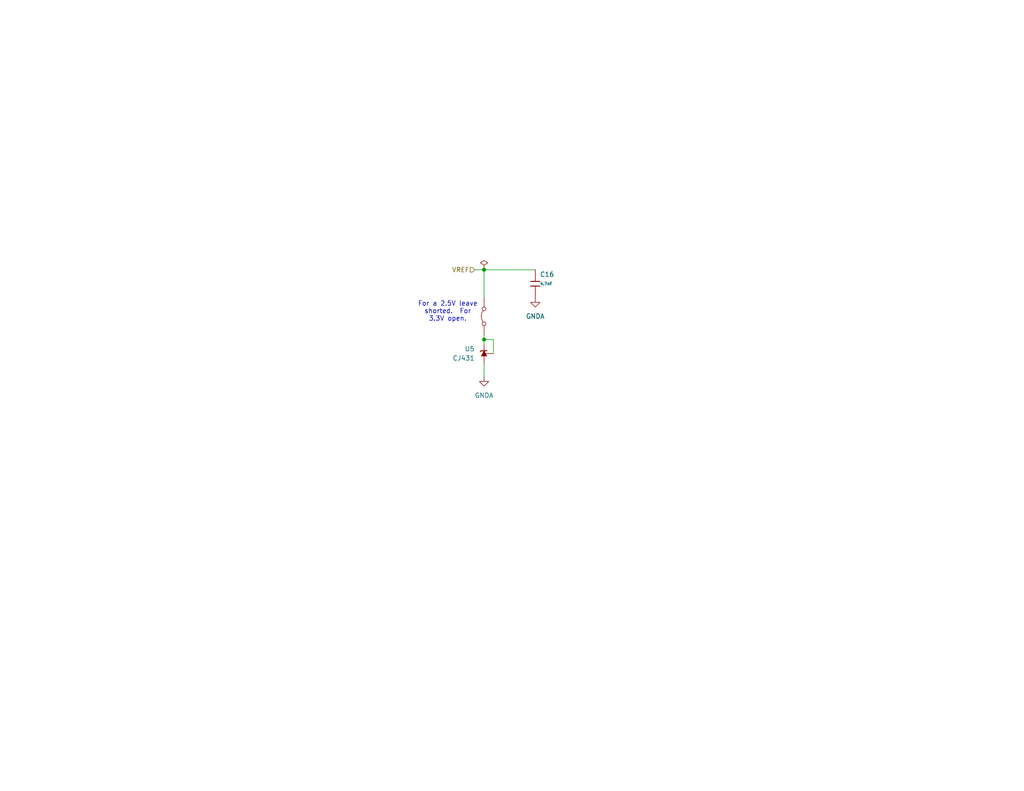
<source format=kicad_sch>
(kicad_sch (version 20250114) (generator "eeschema") (generator_version "9.0")
  (paper "USLetter")
  (title_block (date "2026-01-11") (rev "0.1"))
  (lib_symbols
    (symbol "Jumper:Jumper_2_Bridged" (pin_numbers (hide yes)) (pin_names (offset 0) (hide yes)) (exclude_from_sim yes)
      (property "Reference" "JP" (at 0 1.905 0))
      (property "Value" "Jumper_2_Bridged" (at 0 -2.54 0))
      (symbol "Jumper_2_Bridged_0_0"
        (circle (center -2.032 0) (radius 0.508))
        (circle (center 2.032 0) (radius 0.508))
      )
      (symbol "Jumper_2_Bridged_0_1"
        (arc (start -1.524 0.254) (mid 0 0.762) (end 1.524 0.254))
      )
      (symbol "Jumper_2_Bridged_1_1"
        (pin passive line (at -5.08 0 0) (length 2.54) (name "A") (number "1"))
        (pin passive line (at 5.08 0 180) (length 2.54) (name "B") (number "2"))
      )
    )
    (symbol "PCM_JLCPCB-Capacitors:0805,4.7nF" (pin_numbers (hide yes)) (pin_names (offset 0))
      (property "Reference" "C" (at 2.032 1.668 0))
      (property "Value" "4.7nF" (at 2.032 -0.3782 0))
      (property "Voltage Rated" "50V" (at 2.032 -2.0462 0))
      (symbol "0805,4.7nF_0_1"
        (polyline (pts (xy -1.27 0.635) (xy 1.27 0.635)) (stroke (width 0.254)))
        (polyline (pts (xy -1.27 -0.635) (xy 1.27 -0.635)) (stroke (width 0.254)))
      )
      (symbol "0805,4.7nF_1_1"
        (pin passive line (at 0 3.81 270) (length 3.175) (name "~") (number "1"))
        (pin passive line (at 0 -3.81 90) (length 3.175) (name "~") (number "2"))
      )
    )
    (symbol "Reference_Voltage:CJ432" (pin_numbers (hide yes)) (pin_names (hide yes))
      (property "Reference" "U" (at -2.54 2.54 0))
      (property "Value" "CJ432" (at 0 -2.54 0))
      (symbol "CJ432_0_1"
        (polyline (pts (xy -1.27 0) (xy 0 0) (xy 1.27 0)))
        (polyline (pts (xy -0.762 0.762) (xy 0.762 0) (xy -0.762 -0.762)) (fill (type outline)))
        (polyline (pts (xy 0.508 -1.016) (xy 0.762 -0.762) (xy 0.762 0.762) (xy 0.762 0.762)) (stroke (width 0.254)))
      )
      (symbol "CJ432_1_1"
        (pin passive line (at -2.54 0 0) (length 1.27) (name "A") (number "3"))
        (pin passive line (at 0 2.54 270) (length 2.54) (name "REF") (number "1"))
        (pin passive line (at 2.54 0 180) (length 1.27) (name "K") (number "2"))
      )
    )
    (symbol "power:GNDA" (power) (pin_names (offset 0))
      (property "Value" "GNDA" (at 0 -3.81 0))
      (symbol "GNDA_0_1"
        (polyline (pts (xy 0 0) (xy 0 -1.27) (xy 1.27 -1.27) (xy 0 -2.54) (xy -1.27 -1.27) (xy 0 -1.27)))
      )
      (symbol "GNDA_1_1"
        (pin power_in line (at 0 0 270) (length 0) (hide yes) (name "GNDA") (number "1"))
      )
    )
    (symbol "power:PWR_FLAG" (power) (pin_numbers (hide yes)) (pin_names (offset 0) (hide yes))
      (property "Value" "PWR_FLAG" (at 0 3.81 0))
      (symbol "PWR_FLAG_0_0"
        (pin power_out line (at 0 0 90) (length 0) (name "pwr") (number "1"))
      )
      (symbol "PWR_FLAG_0_1"
        (polyline (pts (xy 0 0) (xy 0 1.27) (xy -1.016 1.905) (xy 0 2.54) (xy 1.016 1.905) (xy 0 1.27)))
      )
    )
  )
  (text "For a 2.5V leave\nshorted.  For\n3.3V open." (at 122.174 85.09 0) (effects (font (size 1.27 1.27))))
  (junction (at 132.08 92.71))
  (junction (at 132.08 73.66))
  (wire (pts (xy 132.08 99.06) (xy 132.08 102.87)))
  (wire (pts (xy 132.08 91.44) (xy 132.08 92.71)))
  (wire (pts (xy 132.08 73.66) (xy 132.08 81.28)))
  (wire (pts (xy 129.54 73.66) (xy 132.08 73.66)))
  (wire (pts (xy 134.62 96.52) (xy 134.62 92.71)))
  (wire (pts (xy 132.08 92.71) (xy 134.62 92.71)))
  (wire (pts (xy 132.08 73.66) (xy 146.05 73.66)))
  (wire (pts (xy 132.08 92.71) (xy 132.08 93.98)))
  (hierarchical_label "VREF" (shape input) (at 129.54 73.66 180))
  (symbol (lib_id "PCM_JLCPCB-Capacitors:0805,4.7nF") (at 146.05 77.47 0) (unit 1)
    (property "Reference" "C16" (at 147.32 74.93 0) (effects (justify left)))
    (property "Value" "4.7nF" (at 147.32 77.4701 0) (effects (font (size 0.8 0.8)) (justify left)))
    (property "Footprint" "PCM_JLCPCB:C_0805" (effects (hide yes)))
    (property "Datasheet" "https://www.lcsc.com/datasheet/lcsc_datasheet_2304140030_FH--Guangdong-Fenghua-Advanced-Tech-0805B472K500NT_C1744.pdf" (effects (hide yes)))
    (property "Description" "50V 4.7nF X7R ±10% 0805 Multilayer Ceramic Capacitors MLCC - SMD/SMT ROHS" (effects (hide yes)))
    (property "LCSC" "C1744" (effects (hide yes)))
    (property "Stock" "289398" (effects (hide yes)))
    (property "Price" "0.008USD" (effects (hide yes)))
    (property "Process" "SMT" (effects (hide yes)))
    (property "Minimum Qty" "20" (effects (hide yes)))
    (property "Attrition Qty" "10" (effects (hide yes)))
    (property "Class" "Basic Component" (effects (hide yes)))
    (property "Category" "Capacitors,Multilayer Ceramic Capacitors MLCC - SMD/SMT" (effects (hide yes)))
    (property "Manufacturer" "FH(Guangdong Fenghua Advanced Tech)" (effects (hide yes)))
    (property "Part" "0805B472K500NT" (effects (hide yes)))
    (property "Voltage Rated" "50V" (effects (hide yes)))
    (property "Tolerance" "±10%" (effects (hide yes)))
    (property "Capacitance" "4.7nF" (effects (hide yes)))
    (property "Temperature Coefficient" "X7R" (effects (hide yes)))
  )
  (symbol (lib_id "power:GNDA") (at 146.05 81.28 0) (mirror y) (unit 1)
    (property "Reference" "#PWR042" (effects (hide yes)))
    (property "Value" "GNDA" (at 146.05 86.36 0))
  )
  (symbol (lib_id "power:PWR_FLAG") (at 132.08 73.66 0) (mirror y) (unit 1)
    (property "Reference" "#FLG02" (effects (hide yes)))
    (property "Value" "PWR_FLAG" (effects (hide yes)))
  )
  (symbol (lib_id "Reference_Voltage:CJ432") (at 132.08 96.52 270) (mirror x) (unit 1)
    (property "Reference" "U5" (at 129.54 95.25 90) (effects (justify right)))
    (property "Value" "CJ431" (at 129.54 97.79 90) (effects (justify right)))
    (property "Footprint" "Package_TO_SOT_SMD:SOT-23" (effects (hide yes)))
    (property "Datasheet" "https://www.lcsc.com/datasheet/lcsc_datasheet_2304140030_Jiangsu-Changjing-Electronics-Technology-Co---Ltd--CJ431_C3113.pdf" (effects (hide yes)))
    (property "JLCPCB Rotation Offset" "180" (effects (hide yes)))
    (property "LCSC" "C3113" (effects (hide yes)))
  )
  (symbol (lib_id "power:GNDA") (at 132.08 102.87 0) (unit 1)
    (property "Reference" "#PWR041" (effects (hide yes)))
    (property "Value" "GNDA" (at 132.08 107.95 0))
  )
  (symbol (lib_id "Jumper:Jumper_2_Bridged") (at 132.08 86.36 90) (unit 1) (exclude_from_sim yes)
    (property "Reference" "JP84" (effects (hide yes)))
    (property "Value" "Jumper_2_Bridged" (effects (hide yes)))
    (property "Footprint" "Jumper:SolderJumper-2_P1.3mm_Bridged2Bar_RoundedPad1.0x1.5mm" (effects (hide yes)))
    (property "Description" "Jumper, 2-pole, closed/bridged" (effects (hide yes)))
  )
)
</source>
